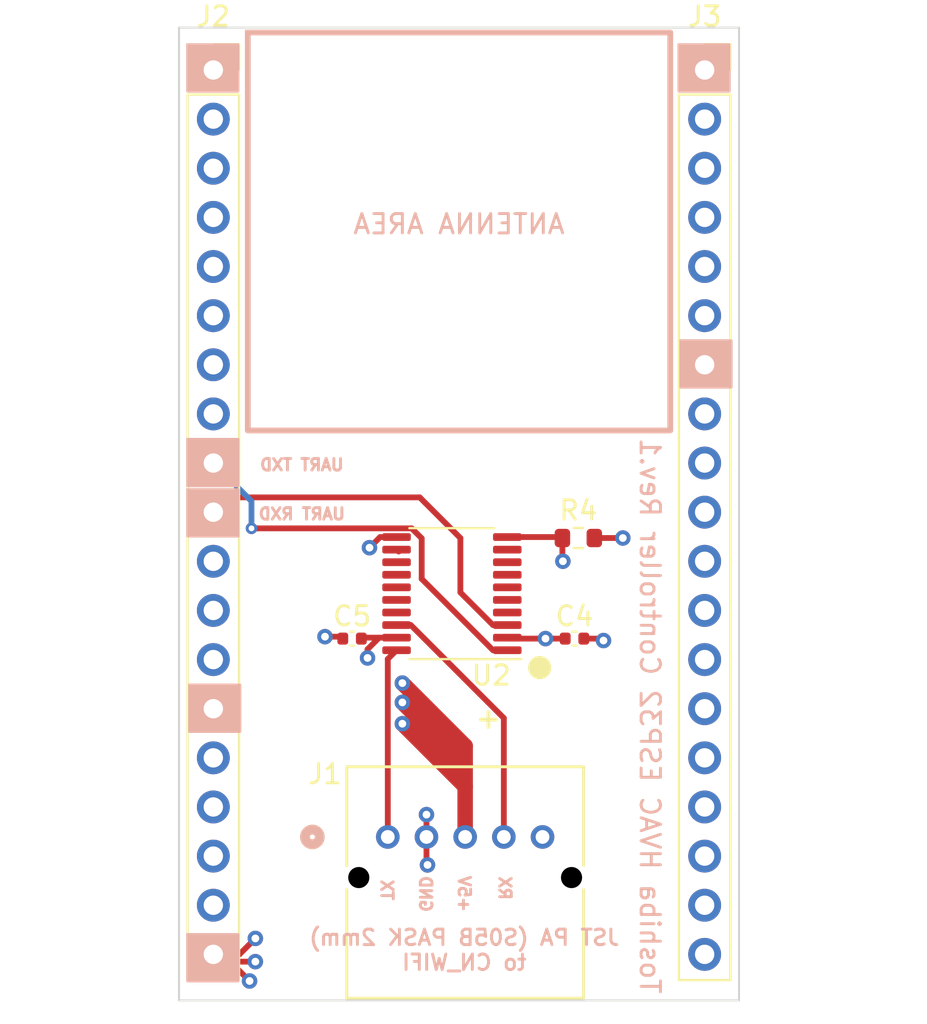
<source format=kicad_pcb>
(kicad_pcb (version 20221018) (generator pcbnew)
  (layers (0 "F.Cu" signal) (1 "In1.Cu" signal) (2 "In2.Cu" signal) (31 "B.Cu" signal) (34 "B.Paste" user) (35 "F.Paste" user) (36 "B.SilkS" user "B.Silkscreen") (37 "F.SilkS" user "F.Silkscreen") (38 "B.Mask" user) (39 "F.Mask" user) (44 "Edge.Cuts" user))
  (net 0 "")
  (net 1 "GND")
  (net 2 "RXD")
  (net 3 "TXD")
  (net 4 "+5V")
  (net 42 "unconnected-(U2-B8-Pad12)")
  (net 48 "ESP_RX_5V")
  (net 49 "ESP_TX_5V")
  (net 51 "+3.3V")
  (footprint "Resistor_SMD:R_0603_1608Metric" (layer "F.Cu") (at 55.7 58.9)
    (fp_text reference "R4" (at 0 -1.43) (layer "F.SilkS"))
    (fp_text value "10kR")
    (fp_line (start -0.237258 -0.5225) (end 0.237258 -0.5225) (stroke (width 0.12)) (layer "F.SilkS"))
    (fp_line (start -0.237258 0.5225) (end 0.237258 0.5225) (stroke (width 0.12)) (layer "F.SilkS"))
    (pad "1" smd roundrect (at -0.825 0) (size 0.8 0.95) (layers "F.Cu" "F.Paste" "F.Mask") (net 51 "+3.3V"))
    (pad "2" smd roundrect (at 0.825 0) (size 0.8 0.95) (layers "F.Cu" "F.Paste" "F.Mask") (net 1 "GND"))
  )
  (footprint "Capacitor_SMD:C_0402_1005Metric" (layer "F.Cu") (at 44 64.1)
    (fp_text reference "C5" (at 0 -1.16) (layer "F.SilkS"))
    (fp_text value "100nF")
    (fp_line (start -0.107836 -0.36) (end 0.107836 -0.36) (stroke (width 0.12)) (layer "F.SilkS"))
    (fp_line (start -0.107836 0.36) (end 0.107836 0.36) (stroke (width 0.12)) (layer "F.SilkS"))
    (pad "1" smd roundrect (at -0.48 0) (size 0.56 0.62) (layers "F.Cu" "F.Paste" "F.Mask") (net 1 "GND"))
    (pad "2" smd roundrect (at 0.48 0) (size 0.56 0.62) (layers "F.Cu" "F.Paste" "F.Mask") (net 4 "+5V"))
  )
  (footprint "Package_SO:TSSOP-20_4.4x6.5mm_P0.65mm" (layer "F.Cu") (at 49.1625 61.775 180)
    (fp_text reference "U2" (at -2.0375 -4.225) (layer "F.SilkS"))
    (fp_text value "TXS0108EPW")
    (fp_line (start 0 -3.385) (end -3.6 -3.385) (stroke (width 0.12)) (layer "F.SilkS"))
    (fp_line (start 0 -3.385) (end 2.2 -3.385) (stroke (width 0.12)) (layer "F.SilkS"))
    (fp_line (start 0 3.385) (end -2.2 3.385) (stroke (width 0.12)) (layer "F.SilkS"))
    (fp_line (start 0 3.385) (end 2.2 3.385) (stroke (width 0.12)) (layer "F.SilkS"))
    (pad "1" smd roundrect (at -2.8625 -2.925 180) (size 1.475 0.4) (layers "F.Cu" "F.Paste" "F.Mask") (net 3 "TXD"))
    (pad "2" smd roundrect (at -2.8625 -2.275 180) (size 1.475 0.4) (layers "F.Cu" "F.Paste" "F.Mask") (net 51 "+3.3V"))
    (pad "3" smd roundrect (at -2.8625 -1.625 180) (size 1.475 0.4) (layers "F.Cu" "F.Paste" "F.Mask") (net 2 "RXD"))
    (pad "4" smd roundrect (at -2.8625 -0.975 180) (size 1.475 0.4) (layers "F.Cu" "F.Paste" "F.Mask"))
    (pad "5" smd roundrect (at -2.8625 -0.325 180) (size 1.475 0.4) (layers "F.Cu" "F.Paste" "F.Mask"))
    (pad "6" smd roundrect (at -2.8625 0.325 180) (size 1.475 0.4) (layers "F.Cu" "F.Paste" "F.Mask"))
    (pad "7" smd roundrect (at -2.8625 0.975 180) (size 1.475 0.4) (layers "F.Cu" "F.Paste" "F.Mask"))
    (pad "8" smd roundrect (at -2.8625 1.625 180) (size 1.475 0.4) (layers "F.Cu" "F.Paste" "F.Mask"))
    (pad "9" smd roundrect (at -2.8625 2.275 180) (size 1.475 0.4) (layers "F.Cu" "F.Paste" "F.Mask"))
    (pad "10" smd roundrect (at -2.8625 2.925 180) (size 1.475 0.4) (layers "F.Cu" "F.Paste" "F.Mask") (net 51 "+3.3V"))
    (pad "11" smd roundrect (at 2.8625 2.925 180) (size 1.475 0.4) (layers "F.Cu" "F.Paste" "F.Mask") (net 1 "GND"))
    (pad "12" smd roundrect (at 2.8625 2.275 180) (size 1.475 0.4) (layers "F.Cu" "F.Paste" "F.Mask") (net 42 "unconnected-(U2-B8-Pad12)"))
    (pad "13" smd roundrect (at 2.8625 1.625 180) (size 1.475 0.4) (layers "F.Cu" "F.Paste" "F.Mask"))
    (pad "14" smd roundrect (at 2.8625 0.975 180) (size 1.475 0.4) (layers "F.Cu" "F.Paste" "F.Mask"))
    (pad "15" smd roundrect (at 2.8625 0.325 180) (size 1.475 0.4) (layers "F.Cu" "F.Paste" "F.Mask"))
    (pad "16" smd roundrect (at 2.8625 -0.325 180) (size 1.475 0.4) (layers "F.Cu" "F.Paste" "F.Mask"))
    (pad "17" smd roundrect (at 2.8625 -0.975 180) (size 1.475 0.4) (layers "F.Cu" "F.Paste" "F.Mask"))
    (pad "18" smd roundrect (at 2.8625 -1.625 180) (size 1.475 0.4) (layers "F.Cu" "F.Paste" "F.Mask") (net 48 "ESP_RX_5V"))
    (pad "19" smd roundrect (at 2.8625 -2.275 180) (size 1.475 0.4) (layers "F.Cu" "F.Paste" "F.Mask") (net 4 "+5V"))
    (pad "20" smd roundrect (at 2.8625 -2.925 180) (size 1.475 0.4) (layers "F.Cu" "F.Paste" "F.Mask") (net 49 "ESP_TX_5V"))
  )
  (footprint "CONN_S05B-PASK-2_JST:CONN_S05B-PASK-2_JST" (layer "F.Cu") (at 45.847051 74.353301)
    (fp_text reference "J1" (at -3.247051 -3.253301 unlocked) (layer "F.SilkS"))
    (fp_text value "S05B-PASK-2LFSN")
    (fp_circle (center -3.8994 0) (end -3.5184 0) (stroke (width 0.508)) (fill none) (layer "B.SilkS"))
    (fp_line (start -2.1214 -3.627001) (end -2.1214 1.478534) (stroke (width 0.1524)) (layer "F.SilkS"))
    (fp_line (start -2.1214 2.721467) (end -2.1214 8.3364) (stroke (width 0.1524)) (layer "F.SilkS"))
    (fp_line (start -2.1214 8.3364) (end 10.1214 8.3364) (stroke (width 0.1524)) (layer "F.SilkS"))
    (fp_line (start 10.1214 -3.627001) (end -2.1214 -3.627001) (stroke (width 0.1524)) (layer "F.SilkS"))
    (fp_line (start 10.1214 1.478534) (end 10.1214 -3.627001) (stroke (width 0.1524)) (layer "F.SilkS"))
    (fp_line (start 10.1214 8.3364) (end 10.1214 2.721467) (stroke (width 0.1524)) (layer "F.SilkS"))
    (fp_circle (center -3.8994 0) (end -3.5184 0) (stroke (width 0.508)) (fill none) (layer "F.SilkS"))
    (pad "" np_thru_hole circle (at -1.5 2.100001) (size 1.0922 1.0922) (drill 1.0922) (layers))
    (pad "" np_thru_hole circle (at 9.499999 2.100001) (size 1.0922 1.0922) (drill 1.0922) (layers))
    (pad "1" thru_hole circle (at 0 0) (size 1.2192 1.2192) (drill 0.7112) (layers "*.Cu" "*.Mask") (net 49 "ESP_TX_5V"))
    (pad "2" thru_hole circle (at 1.999999 0) (size 1.2192 1.2192) (drill 0.7112) (layers "*.Cu" "*.Mask") (net 1 "GND"))
    (pad "3" thru_hole circle (at 4 0) (size 1.2192 1.2192) (drill 0.7112) (layers "*.Cu" "*.Mask") (net 4 "+5V"))
    (pad "4" thru_hole circle (at 6.000001 0) (size 1.2192 1.2192) (drill 0.7112) (layers "*.Cu" "*.Mask") (net 48 "ESP_RX_5V"))
    (pad "5" thru_hole circle (at 7.999999 0) (size 1.2192 1.2192) (drill 0.7112) (layers "*.Cu" "*.Mask"))
  )
  (footprint "Capacitor_SMD:C_0402_1005Metric" (layer "F.Cu") (at 55.5 64.1)
    (fp_text reference "C4" (at 0 -1.16) (layer "F.SilkS"))
    (fp_text value "100nF")
    (fp_line (start -0.107836 -0.36) (end 0.107836 -0.36) (stroke (width 0.12)) (layer "F.SilkS"))
    (fp_line (start -0.107836 0.36) (end 0.107836 0.36) (stroke (width 0.12)) (layer "F.SilkS"))
    (pad "1" smd roundrect (at -0.48 0) (size 0.56 0.62) (layers "F.Cu" "F.Paste" "F.Mask") (net 51 "+3.3V"))
    (pad "2" smd roundrect (at 0.48 0) (size 0.56 0.62) (layers "F.Cu" "F.Paste" "F.Mask") (net 1 "GND"))
  )
  (footprint "Connector_PinSocket_2.54mm:PinSocket_1x19_P2.54mm_Vertical" (layer "F.Cu") (at 36.82632 34.70384)
    (fp_text reference "J2" (at 0 -2.77) (layer "F.SilkS"))
    (fp_text value "Conn_01x19_Female_1_to_19")
    (fp_line (start -1.33 1.27) (end -1.33 47.05) (stroke (width 0.12)) (layer "F.SilkS"))
    (fp_line (start -1.33 1.27) (end 1.33 1.27) (stroke (width 0.12)) (layer "F.SilkS"))
    (fp_line (start -1.33 47.05) (end 1.33 47.05) (stroke (width 0.12)) (layer "F.SilkS"))
    (fp_line (start 0 -1.33) (end 1.33 -1.33) (stroke (width 0.12)) (layer "F.SilkS"))
    (fp_line (start 1.33 -1.33) (end 1.33 0) (stroke (width 0.12)) (layer "F.SilkS"))
    (fp_line (start 1.33 1.27) (end 1.33 47.05) (stroke (width 0.12)) (layer "F.SilkS"))
    (pad "1" thru_hole rect (at 0 0) (size 1.7 1.7) (drill 1) (layers "*.Cu" "*.Mask") (net 51 "+3.3V"))
    (pad "2" thru_hole oval (at 0 2.54) (size 1.7 1.7) (drill 1) (layers "*.Cu" "*.Mask"))
    (pad "3" thru_hole oval (at 0 5.08) (size 1.7 1.7) (drill 1) (layers "*.Cu" "*.Mask"))
    (pad "4" thru_hole oval (at 0 7.62) (size 1.7 1.7) (drill 1) (layers "*.Cu" "*.Mask"))
    (pad "5" thru_hole oval (at 0 10.16) (size 1.7 1.7) (drill 1) (layers "*.Cu" "*.Mask"))
    (pad "6" thru_hole oval (at 0 12.7) (size 1.7 1.7) (drill 1) (layers "*.Cu" "*.Mask"))
    (pad "7" thru_hole oval (at 0 15.24) (size 1.7 1.7) (drill 1) (layers "*.Cu" "*.Mask"))
    (pad "8" thru_hole oval (at 0 17.78) (size 1.7 1.7) (drill 1) (layers "*.Cu" "*.Mask"))
    (pad "9" thru_hole oval (at 0 20.32) (size 1.7 1.7) (drill 1) (layers "*.Cu" "*.Mask") (net 3 "TXD"))
    (pad "10" thru_hole oval (at 0 22.86) (size 1.7 1.7) (drill 1) (layers "*.Cu" "*.Mask") (net 2 "RXD"))
    (pad "11" thru_hole oval (at 0 25.4) (size 1.7 1.7) (drill 1) (layers "*.Cu" "*.Mask"))
    (pad "12" thru_hole oval (at 0 27.94) (size 1.7 1.7) (drill 1) (layers "*.Cu" "*.Mask"))
    (pad "13" thru_hole oval (at 0 30.48) (size 1.7 1.7) (drill 1) (layers "*.Cu" "*.Mask"))
    (pad "14" thru_hole oval (at 0 33.02) (size 1.7 1.7) (drill 1) (layers "*.Cu" "*.Mask") (net 1 "GND"))
    (pad "15" thru_hole oval (at 0 35.56) (size 1.7 1.7) (drill 1) (layers "*.Cu" "*.Mask"))
    (pad "16" thru_hole oval (at 0 38.1) (size 1.7 1.7) (drill 1) (layers "*.Cu" "*.Mask"))
    (pad "17" thru_hole oval (at 0 40.64) (size 1.7 1.7) (drill 1) (layers "*.Cu" "*.Mask"))
    (pad "18" thru_hole oval (at 0 43.18) (size 1.7 1.7) (drill 1) (layers "*.Cu" "*.Mask"))
    (pad "19" thru_hole oval (at 0 45.72) (size 1.7 1.7) (drill 1) (layers "*.Cu" "*.Mask") (net 4 "+5V"))
  )
  (footprint "Connector_PinSocket_2.54mm:PinSocket_1x19_P2.54mm_Vertical" (layer "F.Cu") (at 62.23 34.70384)
    (fp_text reference "J3" (at 0 -2.77) (layer "F.SilkS"))
    (fp_text value "Conn_01x19_Female_20_to_38")
    (fp_line (start -1.33 1.27) (end -1.33 47.05) (stroke (width 0.12)) (layer "F.SilkS"))
    (fp_line (start -1.33 1.27) (end 1.33 1.27) (stroke (width 0.12)) (layer "F.SilkS"))
    (fp_line (start -1.33 47.05) (end 1.33 47.05) (stroke (width 0.12)) (layer "F.SilkS"))
    (fp_line (start 0 -1.33) (end 1.33 -1.33) (stroke (width 0.12)) (layer "F.SilkS"))
    (fp_line (start 1.33 -1.33) (end 1.33 0) (stroke (width 0.12)) (layer "F.SilkS"))
    (fp_line (start 1.33 1.27) (end 1.33 47.05) (stroke (width 0.12)) (layer "F.SilkS"))
    (pad "1" thru_hole rect (at 0 0) (size 1.7 1.7) (drill 1) (layers "*.Cu" "*.Mask") (net 1 "GND"))
    (pad "2" thru_hole oval (at 0 2.54) (size 1.7 1.7) (drill 1) (layers "*.Cu" "*.Mask"))
    (pad "3" thru_hole oval (at 0 5.08) (size 1.7 1.7) (drill 1) (layers "*.Cu" "*.Mask"))
    (pad "4" thru_hole oval (at 0 7.62) (size 1.7 1.7) (drill 1) (layers "*.Cu" "*.Mask"))
    (pad "5" thru_hole oval (at 0 10.16) (size 1.7 1.7) (drill 1) (layers "*.Cu" "*.Mask"))
    (pad "6" thru_hole oval (at 0 12.7) (size 1.7 1.7) (drill 1) (layers "*.Cu" "*.Mask"))
    (pad "7" thru_hole oval (at 0 15.24) (size 1.7 1.7) (drill 1) (layers "*.Cu" "*.Mask") (net 1 "GND"))
    (pad "8" thru_hole oval (at 0 17.78) (size 1.7 1.7) (drill 1) (layers "*.Cu" "*.Mask"))
    (pad "9" thru_hole oval (at 0 20.32) (size 1.7 1.7) (drill 1) (layers "*.Cu" "*.Mask"))
    (pad "10" thru_hole oval (at 0 22.86) (size 1.7 1.7) (drill 1) (layers "*.Cu" "*.Mask"))
    (pad "11" thru_hole oval (at 0 25.4) (size 1.7 1.7) (drill 1) (layers "*.Cu" "*.Mask"))
    (pad "12" thru_hole oval (at 0 27.94) (size 1.7 1.7) (drill 1) (layers "*.Cu" "*.Mask"))
    (pad "13" thru_hole oval (at 0 30.48) (size 1.7 1.7) (drill 1) (layers "*.Cu" "*.Mask"))
    (pad "14" thru_hole oval (at 0 33.02) (size 1.7 1.7) (drill 1) (layers "*.Cu" "*.Mask"))
    (pad "15" thru_hole oval (at 0 35.56) (size 1.7 1.7) (drill 1) (layers "*.Cu" "*.Mask"))
    (pad "16" thru_hole oval (at 0 38.1) (size 1.7 1.7) (drill 1) (layers "*.Cu" "*.Mask"))
    (pad "17" thru_hole oval (at 0 40.64) (size 1.7 1.7) (drill 1) (layers "*.Cu" "*.Mask"))
    (pad "18" thru_hole oval (at 0 43.18) (size 1.7 1.7) (drill 1) (layers "*.Cu" "*.Mask"))
    (pad "19" thru_hole oval (at 0 45.72) (size 1.7 1.7) (drill 1) (layers "*.Cu" "*.Mask"))
  )
  (gr_rect (start 60.9 33.4) (end 63.5 35.8) (stroke (width 0.15)) (fill solid) (layer "B.SilkS"))
  (gr_rect (start 35.5 56.4) (end 38.1 58.8) (stroke (width 0.15)) (fill solid) (layer "B.SilkS"))
  (gr_rect (start 38.608 32.766) (end 60.452 53.34) (stroke (width 0.3)) (fill none) (layer "B.SilkS"))
  (gr_rect (start 35.6 66.5) (end 38.2 68.9) (stroke (width 0.15)) (fill solid) (layer "B.SilkS"))
  (gr_rect (start 61 48.7) (end 63.6 51.1) (stroke (width 0.15)) (fill solid) (layer "B.SilkS"))
  (gr_rect (start 35.5 33.4) (end 38.1 35.8) (stroke (width 0.15)) (fill solid) (layer "B.SilkS"))
  (gr_rect (start 35.5 53.8) (end 38.1 56.2) (stroke (width 0.15)) (fill solid) (layer "B.SilkS"))
  (gr_rect (start 35.5 79.4) (end 38.1 81.8) (stroke (width 0.15)) (fill solid) (layer "B.SilkS"))
  (gr_circle (center 53.7 65.6) (end 54.2 65.6) (stroke (width 0.2)) (fill solid) (layer "F.SilkS"))
  (gr_line (start 64.008 32.512) (end 64.008 82.804) (stroke (width 0.1)) (layer "Edge.Cuts"))
  (gr_line (start 64.008 82.804) (end 35.052 82.804) (stroke (width 0.1)) (layer "Edge.Cuts"))
  (gr_line (start 35.052 82.804) (end 35.052 32.512) (stroke (width 0.1)) (layer "Edge.Cuts"))
  (gr_line (start 35.052 32.512) (end 64.008 32.512) (stroke (width 0.1)) (layer "Edge.Cuts"))
  (gr_text "RX" (at 51.9 77 270) (layer "B.SilkS") (effects (font (size 0.6 0.6)) (justify mirror)))
  (gr_text "UART TXD" (at 41.402 55.118) (layer "B.SilkS") (effects (font (size 0.6 0.6)) (justify mirror)))
  (gr_text "GND" (at 47.8 77.3 270) (layer "B.SilkS") (effects (font (size 0.6 0.6)) (justify mirror)))
  (gr_text "+5V" (at 49.8 77.3 270) (layer "B.SilkS") (effects (font (size 0.6 0.6)) (justify mirror)))
  (gr_text "JST PA (S05B PASK 2mm)\nto CN_WIFI" (at 49.8 80.2) (layer "B.SilkS") (effects (font (size 0.8 0.8)) (justify mirror)))
  (gr_text "UART RXD" (at 41.402 57.658) (layer "B.SilkS") (effects (font (size 0.6 0.6)) (justify mirror)))
  (gr_text "Toshiba HVAC ESP32 Controller Rev.1" (at 59.4 68.1 270) (layer "B.SilkS") (effects (font (size 1 1)) (justify mirror)))
  (gr_text "ANTENNA AREA" (at 49.53 42.672) (layer "B.SilkS") (effects (font (size 1 1)) (justify mirror)))
  (gr_text "TX" (at 45.8 77.1 270) (layer "B.SilkS") (effects (font (size 0.6 0.6)) (justify mirror)))
  (gr_text "+" (at 50.3 68.8) (layer "F.SilkS") (effects (font (size 1 1) (thickness 0.2) bold) (justify left bottom)))
  (segment (start 47.84705 75.74705) (end 47.9 75.8) (width 0.3) (layer "F.Cu") (net 1))
  (segment (start 56.525 58.9) (end 58 58.9) (width 0.3) (layer "F.Cu") (net 1))
  (segment (start 47.84705 74.353301) (end 47.84705 75.74705) (width 0.3) (layer "F.Cu") (net 1))
  (segment (start 43.42 64) (end 43.52 64.1) (width 0.3) (layer "F.Cu") (net 1))
  (segment (start 56.9 64.1) (end 57 64.2) (width 0.3) (layer "F.Cu") (net 1))
  (segment (start 45.45 58.85) (end 46.3 58.85) (width 0.3) (layer "F.Cu") (net 1))
  (segment (start 44.9 59.4) (end 45.45 58.85) (width 0.3) (layer "F.Cu") (net 1))
  (segment (start 55.98 64.1) (end 56.9 64.1) (width 0.3) (layer "F.Cu") (net 1))
  (segment (start 47.84705 73.2) (end 47.84705 74.353301) (width 0.3) (layer "F.Cu") (net 1))
  (segment (start 42.6 64) (end 43.42 64) (width 0.3) (layer "F.Cu") (net 1))
  (via (at 47.84705 73.2) (size 0.8) (drill 0.4) (layers "F.Cu" "B.Cu") (net 1))
  (via (at 58 58.9) (size 0.8) (drill 0.4) (layers "F.Cu" "B.Cu") (net 1))
  (via (at 57 64.2) (size 0.8) (drill 0.4) (layers "F.Cu" "B.Cu") (net 1))
  (via (at 42.6 64) (size 0.8) (drill 0.4) (layers "F.Cu" "B.Cu") (net 1))
  (via (at 44.9 59.4) (size 0.8) (drill 0.4) (layers "F.Cu" "B.Cu") (net 1))
  (via (at 47.9 75.8) (size 0.8) (drill 0.4) (layers "F.Cu" "B.Cu") (net 1))
  (segment (start 49.6 61.712499) (end 49.6 58.9) (width 0.3) (layer "F.Cu") (net 2))
  (segment (start 49.6 58.9) (end 47.5 56.8) (width 0.3) (layer "F.Cu") (net 2))
  (segment (start 51.287501 63.4) (end 49.6 61.712499) (width 0.3) (layer "F.Cu") (net 2))
  (segment (start 52.025 63.4) (end 51.287501 63.4) (width 0.3) (layer "F.Cu") (net 2))
  (segment (start 37.59016 56.8) (end 36.82632 57.56384) (width 0.3) (layer "F.Cu") (net 2))
  (segment (start 47.5 56.8) (end 37.59016 56.8) (width 0.3) (layer "F.Cu") (net 2))
  (segment (start 47.6 61.012499) (end 47.6 58.914754) (width 0.3) (layer "F.Cu") (net 3))
  (segment (start 47.6 58.914754) (end 47.085246 58.4) (width 0.3) (layer "F.Cu") (net 3))
  (segment (start 39.1 58.4) (end 38.8 58.4) (width 0.3) (layer "F.Cu") (net 3))
  (segment (start 51.287501 64.7) (end 47.6 61.012499) (width 0.3) (layer "F.Cu") (net 3))
  (segment (start 47.085246 58.4) (end 39.1 58.4) (width 0.3) (layer "F.Cu") (net 3))
  (segment (start 52.025 64.7) (end 51.287501 64.7) (width 0.3) (layer "F.Cu") (net 3))
  (via (at 38.8 58.4) (size 0.6) (drill 0.3) (layers "F.Cu" "B.Cu") (net 3))
  (segment (start 38.8 56.99752) (end 36.82632 55.02384) (width 0.3) (layer "B.Cu") (net 3))
  (segment (start 38.8 58.4) (end 38.8 56.99752) (width 0.3) (layer "B.Cu") (net 3))
  (segment (start 46.6 68.5) (end 46.85 68.5) (width 0.3) (layer "F.Cu") (net 4))
  (segment (start 39 80.8) (end 37.20248 80.8) (width 0.3) (layer "F.Cu") (net 4))
  (segment (start 44.53 64.05) (end 46.3 64.05) (width 0.3) (layer "F.Cu") (net 4))
  (segment (start 37.20248 80.8) (end 36.82632 80.42384) (width 0.3) (layer "F.Cu") (net 4))
  (segment (start 46.6 66.4) (end 46.6 66.45) (width 0.3) (layer "F.Cu") (net 4))
  (segment (start 49.847051 70.647051) (end 46.6 67.4) (width 0.8) (layer "F.Cu") (net 4))
  (segment (start 37.32384 80.42384) (end 36.82632 80.42384) (width 0.3) (layer "F.Cu") (net 4))
  (segment (start 49.847051 74.353301) (end 49.847051 70.647051) (width 0.3) (layer "F.Cu") (net 4))
  (segment (start 49.847051 71.747051) (end 46.6 68.5) (width 0.8) (layer "F.Cu") (net 4))
  (segment (start 49.847051 74.353301) (end 49.847051 71.747051) (width 0.3) (layer "F.Cu") (net 4))
  (segment (start 38.7 81.8) (end 37.32384 80.42384) (width 0.3) (layer "F.Cu") (net 4))
  (segment (start 49.847051 74.353301) (end 49.847051 69.647051) (width 0.8) (layer "F.Cu") (net 4))
  (segment (start 44.48 64.1) (end 44.53 64.05) (width 0.3) (layer "F.Cu") (net 4))
  (segment (start 49.847051 69.647051) (end 46.6 66.4) (width 0.8) (layer "F.Cu") (net 4))
  (segment (start 44.8 65.1) (end 44.8 64.65) (width 0.3) (layer "F.Cu") (net 4))
  (segment (start 44.8 64.65) (end 45.4 64.05) (width 0.3) (layer "F.Cu") (net 4))
  (segment (start 36.82632 80.42384) (end 38.17616 80.42384) (width 0.3) (layer "F.Cu") (net 4))
  (segment (start 38.17616 80.42384) (end 39 79.6) (width 0.3) (layer "F.Cu") (net 4))
  (via (at 39 79.6) (size 0.8) (drill 0.4) (layers "F.Cu" "B.Cu") (net 4))
  (via (at 38.7 81.8) (size 0.8) (drill 0.4) (layers "F.Cu" "B.Cu") (net 4))
  (via (at 46.6 68.5) (size 0.8) (drill 0.4) (layers "F.Cu" "B.Cu") (net 4))
  (via (at 44.8 65.1) (size 0.8) (drill 0.4) (layers "F.Cu" "B.Cu") (net 4))
  (via (at 46.6 66.4) (size 0.8) (drill 0.4) (layers "F.Cu" "B.Cu") (net 4))
  (via (at 39 80.8) (size 0.8) (drill 0.4) (layers "F.Cu" "B.Cu") (net 4))
  (via (at 46.6 67.4) (size 0.8) (drill 0.4) (layers "F.Cu" "B.Cu") (net 4))
  (segment (start 46.3135 59.5) (end 46.4135 59.6) (width 0.3) (layer "F.Cu") (net 42))
  (segment (start 51.847052 74.353301) (end 51.847052 68.209553) (width 0.3) (layer "F.Cu") (net 48))
  (segment (start 51.847052 68.209553) (end 47.037499 63.4) (width 0.3) (layer "F.Cu") (net 48))
  (segment (start 47.037499 63.4) (end 46.3 63.4) (width 0.3) (layer "F.Cu") (net 48))
  (segment (start 45.847051 65.152949) (end 46.3 64.7) (width 0.3) (layer "F.Cu") (net 49))
  (segment (start 45.847051 74.353301) (end 45.847051 65.152949) (width 0.3) (layer "F.Cu") (net 49))
  (segment (start 55.02 64.1) (end 54 64.1) (width 0.3) (layer "F.Cu") (net 51))
  (segment (start 52.075 64.1) (end 52.025 64.05) (width 0.3) (layer "F.Cu") (net 51))
  (segment (start 54.825 58.85) (end 54.875 58.9) (width 0.3) (layer "F.Cu") (net 51))
  (segment (start 54.875 60.075) (end 54.875 58.9) (width 0.3) (layer "F.Cu") (net 51))
  (segment (start 52.025 58.85) (end 54.825 58.85) (width 0.3) (layer "F.Cu") (net 51))
  (segment (start 54 64.1) (end 52.075 64.1) (width 0.3) (layer "F.Cu") (net 51))
  (segment (start 54.9 60.1) (end 54.875 60.075) (width 0.3) (layer "F.Cu") (net 51))
  (via (at 54.9 60.1) (size 0.8) (drill 0.4) (layers "F.Cu" "B.Cu") (net 51))
  (via (at 54 64.1) (size 0.8) (drill 0.4) (layers "F.Cu" "B.Cu") (net 51))
)
</source>
